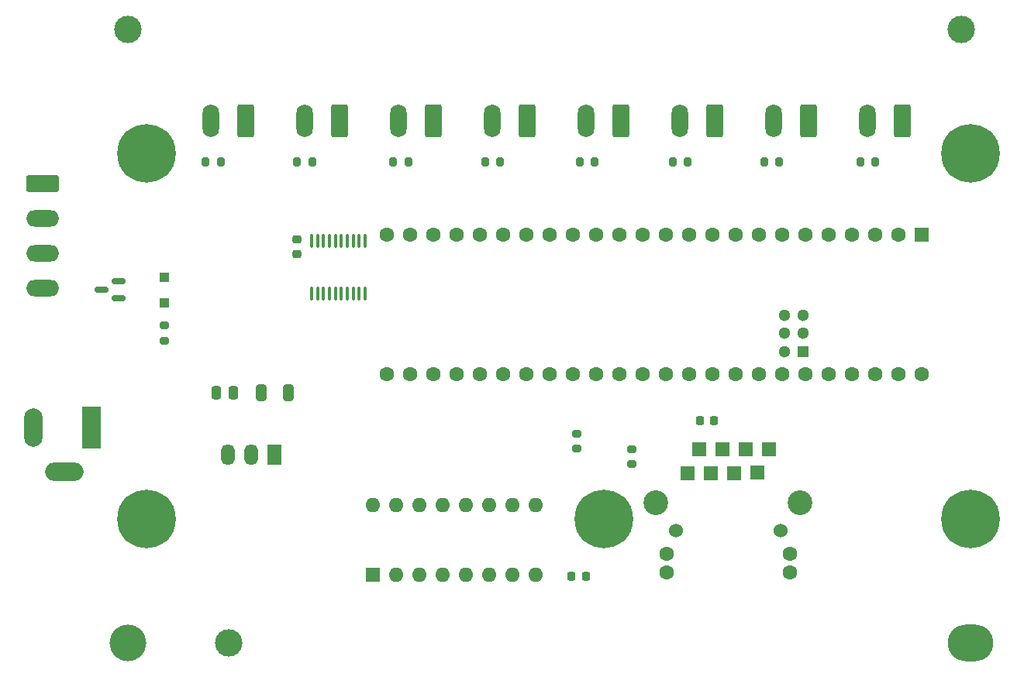
<source format=gbr>
%TF.GenerationSoftware,KiCad,Pcbnew,(7.0.0)*%
%TF.CreationDate,2023-04-18T13:38:52+09:00*%
%TF.ProjectId,Artnet_pixel_controller_Teensy-hardware,4172746e-6574-45f7-9069-78656c5f636f,v0.1.0*%
%TF.SameCoordinates,Original*%
%TF.FileFunction,Soldermask,Top*%
%TF.FilePolarity,Negative*%
%FSLAX46Y46*%
G04 Gerber Fmt 4.6, Leading zero omitted, Abs format (unit mm)*
G04 Created by KiCad (PCBNEW (7.0.0)) date 2023-04-18 13:38:52*
%MOMM*%
%LPD*%
G01*
G04 APERTURE LIST*
G04 Aperture macros list*
%AMRoundRect*
0 Rectangle with rounded corners*
0 $1 Rounding radius*
0 $2 $3 $4 $5 $6 $7 $8 $9 X,Y pos of 4 corners*
0 Add a 4 corners polygon primitive as box body*
4,1,4,$2,$3,$4,$5,$6,$7,$8,$9,$2,$3,0*
0 Add four circle primitives for the rounded corners*
1,1,$1+$1,$2,$3*
1,1,$1+$1,$4,$5*
1,1,$1+$1,$6,$7*
1,1,$1+$1,$8,$9*
0 Add four rect primitives between the rounded corners*
20,1,$1+$1,$2,$3,$4,$5,0*
20,1,$1+$1,$4,$5,$6,$7,0*
20,1,$1+$1,$6,$7,$8,$9,0*
20,1,$1+$1,$8,$9,$2,$3,0*%
G04 Aperture macros list end*
%ADD10RoundRect,0.225000X0.225000X0.250000X-0.225000X0.250000X-0.225000X-0.250000X0.225000X-0.250000X0*%
%ADD11C,6.400000*%
%ADD12RoundRect,0.250000X-1.550000X0.650000X-1.550000X-0.650000X1.550000X-0.650000X1.550000X0.650000X0*%
%ADD13O,3.600000X1.800000*%
%ADD14RoundRect,0.100000X0.100000X-0.637500X0.100000X0.637500X-0.100000X0.637500X-0.100000X-0.637500X0*%
%ADD15RoundRect,0.200000X0.200000X0.275000X-0.200000X0.275000X-0.200000X-0.275000X0.200000X-0.275000X0*%
%ADD16RoundRect,0.200000X0.275000X-0.200000X0.275000X0.200000X-0.275000X0.200000X-0.275000X-0.200000X0*%
%ADD17C,3.000000*%
%ADD18RoundRect,0.200000X-0.200000X-0.275000X0.200000X-0.275000X0.200000X0.275000X-0.200000X0.275000X0*%
%ADD19R,2.000000X4.600000*%
%ADD20O,2.000000X4.200000*%
%ADD21O,4.200000X2.000000*%
%ADD22RoundRect,0.250000X-0.300000X0.300000X-0.300000X-0.300000X0.300000X-0.300000X0.300000X0.300000X0*%
%ADD23RoundRect,0.250000X0.325000X0.650000X-0.325000X0.650000X-0.325000X-0.650000X0.325000X-0.650000X0*%
%ADD24R,1.600000X1.600000*%
%ADD25C,1.600000*%
%ADD26R,1.300000X1.300000*%
%ADD27C,1.300000*%
%ADD28O,1.600000X1.600000*%
%ADD29RoundRect,0.250000X0.650000X1.550000X-0.650000X1.550000X-0.650000X-1.550000X0.650000X-1.550000X0*%
%ADD30O,1.800000X3.600000*%
%ADD31C,1.524000*%
%ADD32R,1.524000X1.524000*%
%ADD33C,2.700000*%
%ADD34O,5.000000X4.000000*%
%ADD35RoundRect,0.150000X0.587500X0.150000X-0.587500X0.150000X-0.587500X-0.150000X0.587500X-0.150000X0*%
%ADD36R,1.500000X2.300000*%
%ADD37O,1.500000X2.300000*%
%ADD38RoundRect,0.250000X-0.250000X-0.475000X0.250000X-0.475000X0.250000X0.475000X-0.250000X0.475000X0*%
%ADD39RoundRect,0.200000X-0.275000X0.200000X-0.275000X-0.200000X0.275000X-0.200000X0.275000X0.200000X0*%
%ADD40C,4.000000*%
%ADD41RoundRect,0.225000X-0.250000X0.225000X-0.250000X-0.225000X0.250000X-0.225000X0.250000X0.225000X0*%
%ADD42RoundRect,0.218750X0.218750X0.256250X-0.218750X0.256250X-0.218750X-0.256250X0.218750X-0.256250X0*%
G04 APERTURE END LIST*
D10*
%TO.C,C3*%
X168025000Y-120750000D03*
X166475000Y-120750000D03*
%TD*%
D11*
%TO.C,H5*%
X196000000Y-91500000D03*
%TD*%
D12*
%TO.C,J11*%
X94682500Y-94840000D03*
D13*
X94682499Y-98649999D03*
X94682499Y-102459999D03*
X94682499Y-106269999D03*
%TD*%
D14*
%TO.C,U3*%
X124075000Y-106862500D03*
X124725000Y-106862500D03*
X125375000Y-106862500D03*
X126025000Y-106862500D03*
X126675000Y-106862500D03*
X127325000Y-106862500D03*
X127975000Y-106862500D03*
X128625000Y-106862500D03*
X129275000Y-106862500D03*
X129925000Y-106862500D03*
X129925000Y-101137500D03*
X129275000Y-101137500D03*
X128625000Y-101137500D03*
X127975000Y-101137500D03*
X127325000Y-101137500D03*
X126675000Y-101137500D03*
X126025000Y-101137500D03*
X125375000Y-101137500D03*
X124725000Y-101137500D03*
X124075000Y-101137500D03*
%TD*%
D15*
%TO.C,R3*%
X114150000Y-92500000D03*
X112500000Y-92500000D03*
%TD*%
D16*
%TO.C,R2*%
X159000000Y-125500000D03*
X159000000Y-123850000D03*
%TD*%
D17*
%TO.C,FID2*%
X104000000Y-78000000D03*
%TD*%
D18*
%TO.C,R9*%
X173500000Y-92500000D03*
X175150000Y-92500000D03*
%TD*%
D19*
%TO.C,J1*%
X99999999Y-121499999D03*
D20*
X93699999Y-121499999D03*
D21*
X97099999Y-126299999D03*
%TD*%
D22*
%TO.C,D1*%
X108000000Y-105100000D03*
X108000000Y-107900000D03*
%TD*%
D23*
%TO.C,C1*%
X121503000Y-117707500D03*
X118553000Y-117707500D03*
%TD*%
D11*
%TO.C,H6*%
X196000000Y-131500000D03*
%TD*%
D24*
%TO.C,U2*%
X190709999Y-100379999D03*
D25*
X188170000Y-100380000D03*
X185630000Y-100380000D03*
X183090000Y-100380000D03*
X180550000Y-100380000D03*
X178010000Y-100380000D03*
X175470000Y-100380000D03*
X172930000Y-100380000D03*
X170390000Y-100380000D03*
X167850000Y-100380000D03*
X165310000Y-100380000D03*
X162770000Y-100380000D03*
X160230000Y-100380000D03*
X157690000Y-100380000D03*
X155150000Y-100380000D03*
X152610000Y-100380000D03*
X150070000Y-100380000D03*
X147530000Y-100380000D03*
X144990000Y-100380000D03*
X142450000Y-100380000D03*
X139910000Y-100380000D03*
X137370000Y-100380000D03*
X134830000Y-100380000D03*
X132290000Y-100380000D03*
X132290000Y-115620000D03*
X134830000Y-115620000D03*
X137370000Y-115620000D03*
X139910000Y-115620000D03*
X142450000Y-115620000D03*
X144990000Y-115620000D03*
X147530000Y-115620000D03*
X150070000Y-115620000D03*
X152610000Y-115620000D03*
X155150000Y-115620000D03*
X157690000Y-115620000D03*
X160230000Y-115620000D03*
X162770000Y-115620000D03*
X165310000Y-115620000D03*
X167850000Y-115620000D03*
X170390000Y-115620000D03*
X172930000Y-115620000D03*
X175470000Y-115620000D03*
X178010000Y-115620000D03*
X180550000Y-115620000D03*
X183090000Y-115620000D03*
X185630000Y-115620000D03*
X188170000Y-115620000D03*
X190710000Y-115620000D03*
D26*
X177739999Y-113181599D03*
D27*
X177740000Y-111181600D03*
X177740000Y-109181600D03*
X175740000Y-109181600D03*
X175740000Y-111181600D03*
X175740000Y-113181600D03*
%TD*%
D24*
%TO.C,SW1*%
X130799999Y-137619999D03*
D28*
X133339999Y-137619999D03*
X135879999Y-137619999D03*
X138419999Y-137619999D03*
X140959999Y-137619999D03*
X143499999Y-137619999D03*
X146039999Y-137619999D03*
X148579999Y-137619999D03*
X148579999Y-129999999D03*
X146039999Y-129999999D03*
X143499999Y-129999999D03*
X140959999Y-129999999D03*
X138419999Y-129999999D03*
X135879999Y-129999999D03*
X133339999Y-129999999D03*
X130799999Y-129999999D03*
%TD*%
D29*
%TO.C,J6*%
X147600000Y-87932500D03*
D30*
X143789999Y-87932499D03*
%TD*%
D29*
%TO.C,J5*%
X137350000Y-87932500D03*
D30*
X133539999Y-87932499D03*
%TD*%
D18*
%TO.C,R5*%
X133000000Y-92500000D03*
X134650000Y-92500000D03*
%TD*%
D11*
%TO.C,H1*%
X106000000Y-91500000D03*
%TD*%
D31*
%TO.C,J2*%
X175275000Y-132750000D03*
X163845000Y-132750000D03*
D32*
X173999999Y-123859999D03*
X172729999Y-126399999D03*
X171459999Y-123859999D03*
X170189999Y-126489999D03*
X168919999Y-123859999D03*
X167649999Y-126489999D03*
X166379999Y-123859999D03*
X165109999Y-126489999D03*
D25*
X176285000Y-135290000D03*
X176285000Y-137320000D03*
X162835000Y-135290000D03*
X162835000Y-137320000D03*
D33*
X177435000Y-129700000D03*
X161685000Y-129700000D03*
%TD*%
D11*
%TO.C,H4*%
X156000000Y-131500000D03*
%TD*%
D29*
%TO.C,J9*%
X178350000Y-87932500D03*
D30*
X174539999Y-87932499D03*
%TD*%
D15*
%TO.C,R4*%
X124150000Y-92500000D03*
X122500000Y-92500000D03*
%TD*%
D34*
%TO.C,H7*%
X195999999Y-144999999D03*
%TD*%
D18*
%TO.C,R6*%
X143000000Y-92500000D03*
X144650000Y-92500000D03*
%TD*%
D35*
%TO.C,Q1*%
X103000000Y-107400000D03*
X103000000Y-105500000D03*
X101125000Y-106450000D03*
%TD*%
D18*
%TO.C,R8*%
X163500000Y-92500000D03*
X165150000Y-92500000D03*
%TD*%
D29*
%TO.C,J4*%
X127100000Y-87932500D03*
D30*
X123289999Y-87932499D03*
%TD*%
D17*
%TO.C,FID3*%
X195000000Y-78000000D03*
%TD*%
%TO.C,FID1*%
X115000000Y-145000000D03*
%TD*%
D29*
%TO.C,J8*%
X168100000Y-87932500D03*
D30*
X164289999Y-87932499D03*
%TD*%
D29*
%TO.C,J7*%
X157850000Y-87932500D03*
D30*
X154039999Y-87932499D03*
%TD*%
D36*
%TO.C,U1*%
X119999999Y-124499999D03*
D37*
X117459999Y-124499999D03*
X114919999Y-124499999D03*
%TD*%
D38*
%TO.C,C2*%
X113653000Y-117707500D03*
X115553000Y-117707500D03*
%TD*%
D11*
%TO.C,H2*%
X106000000Y-131500000D03*
%TD*%
D39*
%TO.C,R11*%
X153000000Y-122175000D03*
X153000000Y-123825000D03*
%TD*%
D29*
%TO.C,J3*%
X116850000Y-87932500D03*
D30*
X113039999Y-87932499D03*
%TD*%
D29*
%TO.C,J10*%
X188600000Y-87932500D03*
D30*
X184789999Y-87932499D03*
%TD*%
D40*
%TO.C,H3*%
X104000000Y-145000000D03*
%TD*%
D39*
%TO.C,R1*%
X108000000Y-110350000D03*
X108000000Y-112000000D03*
%TD*%
D18*
%TO.C,R10*%
X184000000Y-92500000D03*
X185650000Y-92500000D03*
%TD*%
D41*
%TO.C,C4*%
X122500000Y-100950000D03*
X122500000Y-102500000D03*
%TD*%
D42*
%TO.C,D2*%
X154037500Y-137750000D03*
X152462500Y-137750000D03*
%TD*%
D18*
%TO.C,R7*%
X153350000Y-92500000D03*
X155000000Y-92500000D03*
%TD*%
M02*

</source>
